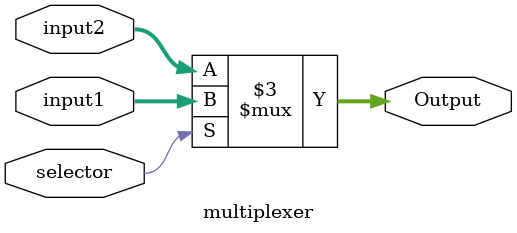
<source format=v>
module multiplexer
#(parameter data_size = 8)
(input selector,
input[data_size-1:0] input1, input2,
output reg [data_size-1:0] Output);

always@(selector, input1, input2) begin
	if(selector)
		Output = input1;
	else
		Output = input2;
	end

endmodule 
</source>
